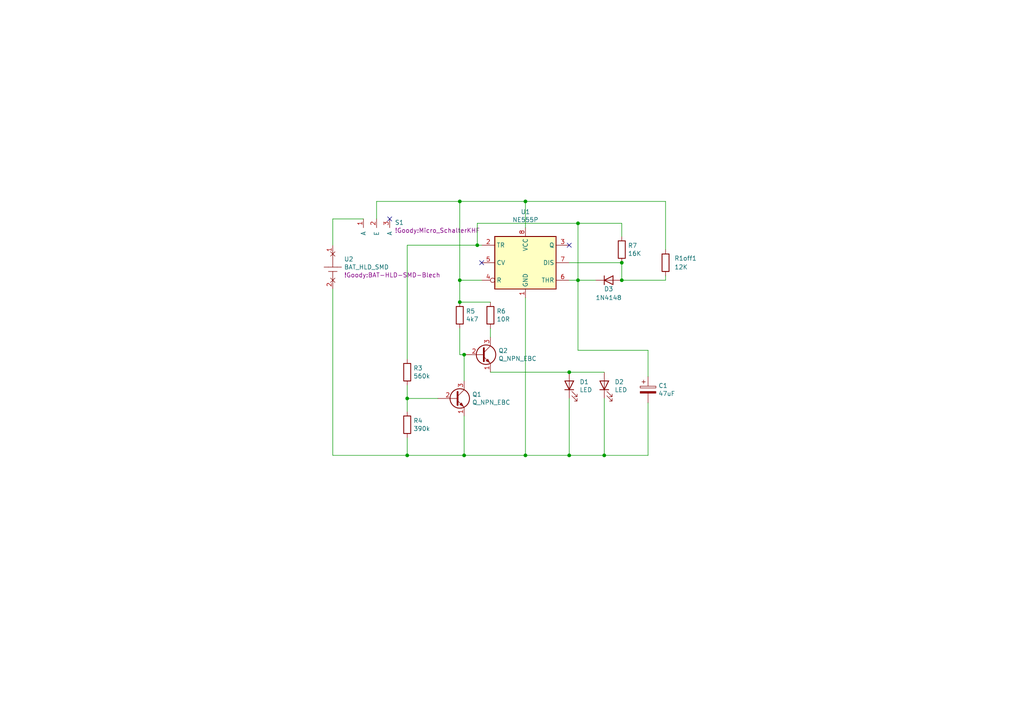
<source format=kicad_sch>
(kicad_sch
	(version 20250114)
	(generator "eeschema")
	(generator_version "9.0")
	(uuid "a1648082-45d9-48e6-942c-2d7502120af6")
	(paper "A4")
	(lib_symbols
		(symbol "!Goody:BAT_HLD_SMD"
			(pin_names
				(offset 1.016)
			)
			(exclude_from_sim no)
			(in_bom yes)
			(on_board yes)
			(property "Reference" "U"
				(at -5.08 0 0)
				(effects
					(font
						(size 1.27 1.27)
					)
				)
			)
			(property "Value" "BAT_HLD_SMD"
				(at -10.16 3.81 0)
				(effects
					(font
						(size 1.27 1.27)
					)
				)
			)
			(property "Footprint" "KHF_LIB:BAT-HLD-SMD"
				(at -15.24 6.35 0)
				(effects
					(font
						(size 1.27 1.27)
					)
				)
			)
			(property "Datasheet" ""
				(at -5.08 0 0)
				(effects
					(font
						(size 1.27 1.27)
					)
					(hide yes)
				)
			)
			(property "Description" "2032 SMD"
				(at 0 0 0)
				(effects
					(font
						(size 1.27 1.27)
					)
					(hide yes)
				)
			)
			(symbol "BAT_HLD_SMD_0_1"
				(rectangle
					(start -1.27 0)
					(end -2.54 0)
					(stroke
						(width 0)
						(type solid)
					)
					(fill
						(type none)
					)
				)
				(rectangle
					(start -1.27 0)
					(end 1.27 0)
					(stroke
						(width 0)
						(type solid)
					)
					(fill
						(type none)
					)
				)
				(rectangle
					(start -1.27 -1.27)
					(end 1.27 -1.27)
					(stroke
						(width 0)
						(type solid)
					)
					(fill
						(type none)
					)
				)
				(polyline
					(pts
						(xy 0 0) (xy 0 3.81)
					)
					(stroke
						(width 0)
						(type solid)
					)
					(fill
						(type none)
					)
				)
				(polyline
					(pts
						(xy 0 -3.81) (xy 0 -1.27)
					)
					(stroke
						(width 0)
						(type solid)
					)
					(fill
						(type none)
					)
				)
				(polyline
					(pts
						(xy 1.27 0) (xy 2.54 0)
					)
					(stroke
						(width 0)
						(type solid)
					)
					(fill
						(type none)
					)
				)
			)
			(symbol "BAT_HLD_SMD_1_1"
				(pin power_out non_logic
					(at 0 6.35 270)
					(length 2.54)
					(name "~"
						(effects
							(font
								(size 1.27 1.27)
							)
						)
					)
					(number "1"
						(effects
							(font
								(size 1.27 1.27)
							)
						)
					)
				)
				(pin power_out non_logic
					(at 0 -6.35 90)
					(length 2.54)
					(name "~"
						(effects
							(font
								(size 1.27 1.27)
							)
						)
					)
					(number "2"
						(effects
							(font
								(size 1.27 1.27)
							)
						)
					)
				)
			)
			(embedded_fonts no)
		)
		(symbol "!Goody:ELKO"
			(pin_numbers
				(hide yes)
			)
			(pin_names
				(offset 0.254)
			)
			(exclude_from_sim no)
			(in_bom yes)
			(on_board yes)
			(property "Reference" "C"
				(at 0.635 2.54 0)
				(effects
					(font
						(size 1.27 1.27)
					)
					(justify left)
				)
			)
			(property "Value" "ELKO"
				(at 0.635 -2.54 0)
				(effects
					(font
						(size 1.27 1.27)
					)
					(justify left)
				)
			)
			(property "Footprint" ""
				(at 0.9652 -3.81 0)
				(effects
					(font
						(size 1.27 1.27)
					)
					(hide yes)
				)
			)
			(property "Datasheet" "~"
				(at 0 0 0)
				(effects
					(font
						(size 1.27 1.27)
					)
					(hide yes)
				)
			)
			(property "Description" "ELKO"
				(at 0 0 0)
				(effects
					(font
						(size 1.27 1.27)
					)
					(hide yes)
				)
			)
			(property "ki_keywords" "cap capacitor"
				(at 0 0 0)
				(effects
					(font
						(size 1.27 1.27)
					)
					(hide yes)
				)
			)
			(property "ki_fp_filters" "CP_*"
				(at 0 0 0)
				(effects
					(font
						(size 1.27 1.27)
					)
					(hide yes)
				)
			)
			(symbol "ELKO_0_1"
				(rectangle
					(start -2.286 0.508)
					(end 2.286 1.016)
					(stroke
						(width 0)
						(type solid)
					)
					(fill
						(type none)
					)
				)
				(polyline
					(pts
						(xy -1.778 2.286) (xy -0.762 2.286)
					)
					(stroke
						(width 0)
						(type solid)
					)
					(fill
						(type none)
					)
				)
				(polyline
					(pts
						(xy -1.27 2.794) (xy -1.27 1.778)
					)
					(stroke
						(width 0)
						(type solid)
					)
					(fill
						(type none)
					)
				)
				(rectangle
					(start 2.286 -0.508)
					(end -2.286 -1.016)
					(stroke
						(width 0)
						(type solid)
					)
					(fill
						(type outline)
					)
				)
			)
			(symbol "ELKO_1_1"
				(pin passive line
					(at 0 3.81 270)
					(length 2.794)
					(name "~"
						(effects
							(font
								(size 1.27 1.27)
							)
						)
					)
					(number "1"
						(effects
							(font
								(size 1.27 1.27)
							)
						)
					)
				)
				(pin passive line
					(at 0 -3.81 90)
					(length 2.794)
					(name "~"
						(effects
							(font
								(size 1.27 1.27)
							)
						)
					)
					(number "2"
						(effects
							(font
								(size 1.27 1.27)
							)
						)
					)
				)
			)
			(embedded_fonts no)
		)
		(symbol "!Goody:LED"
			(pin_numbers
				(hide yes)
			)
			(pin_names
				(offset 1.016)
				(hide yes)
			)
			(exclude_from_sim no)
			(in_bom yes)
			(on_board yes)
			(property "Reference" "D"
				(at 0 2.54 0)
				(effects
					(font
						(size 1.27 1.27)
					)
				)
			)
			(property "Value" "LED"
				(at 2.54 -2.54 90)
				(effects
					(font
						(size 1.27 1.27)
					)
				)
			)
			(property "Footprint" "LED_THT:LED_D5.0mm"
				(at 0 5.08 0)
				(effects
					(font
						(size 1.27 1.27)
					)
					(hide yes)
				)
			)
			(property "Datasheet" ""
				(at 0 -2.54 90)
				(effects
					(font
						(size 1.27 1.27)
					)
					(hide yes)
				)
			)
			(property "Description" "LED 5mm"
				(at 0 0 0)
				(effects
					(font
						(size 1.27 1.27)
					)
					(hide yes)
				)
			)
			(property "ki_fp_filters" "LED* LED_SMD:* LED_THT:*"
				(at 0 0 0)
				(effects
					(font
						(size 1.27 1.27)
					)
					(hide yes)
				)
			)
			(symbol "LED_0_1"
				(polyline
					(pts
						(xy 0 -3.81) (xy 0 -1.27)
					)
					(stroke
						(width 0)
						(type solid)
					)
					(fill
						(type none)
					)
				)
				(polyline
					(pts
						(xy 0.762 -4.318) (xy 2.286 -5.842) (xy 2.286 -5.08) (xy 2.286 -5.842) (xy 1.524 -5.842)
					)
					(stroke
						(width 0)
						(type solid)
					)
					(fill
						(type none)
					)
				)
				(polyline
					(pts
						(xy 0.762 -5.588) (xy 2.286 -7.112) (xy 2.286 -6.35) (xy 2.286 -7.112) (xy 1.524 -7.112)
					)
					(stroke
						(width 0)
						(type solid)
					)
					(fill
						(type none)
					)
				)
				(polyline
					(pts
						(xy 1.27 -1.27) (xy -1.27 -1.27) (xy 0 -3.81) (xy 1.27 -1.27)
					)
					(stroke
						(width 0.254)
						(type solid)
					)
					(fill
						(type none)
					)
				)
				(polyline
					(pts
						(xy 1.27 -3.81) (xy -1.27 -3.81)
					)
					(stroke
						(width 0.254)
						(type solid)
					)
					(fill
						(type none)
					)
				)
			)
			(symbol "LED_1_1"
				(pin passive line
					(at 0 1.27 270)
					(length 2.54)
					(name "A"
						(effects
							(font
								(size 1.27 1.27)
							)
						)
					)
					(number "2"
						(effects
							(font
								(size 1.27 1.27)
							)
						)
					)
				)
				(pin passive line
					(at 0 -6.35 90)
					(length 2.54)
					(name "K"
						(effects
							(font
								(size 1.27 1.27)
							)
						)
					)
					(number "1"
						(effects
							(font
								(size 1.27 1.27)
							)
						)
					)
				)
			)
			(embedded_fonts no)
		)
		(symbol "!Goody:Micro_Schalter"
			(pin_names
				(offset 1.016)
			)
			(exclude_from_sim no)
			(in_bom yes)
			(on_board yes)
			(property "Reference" "S"
				(at 0 0 0)
				(effects
					(font
						(size 1.27 1.27)
					)
				)
			)
			(property "Value" "Micro_Schalter"
				(at 0 5.08 0)
				(effects
					(font
						(size 1.27 1.27)
					)
					(hide yes)
				)
			)
			(property "Footprint" "KHF_LIB:Micro_SchalterKHF"
				(at 0 0 0)
				(effects
					(font
						(size 1.27 1.27)
					)
				)
			)
			(property "Datasheet" ""
				(at 0 0 0)
				(effects
					(font
						(size 1.27 1.27)
					)
					(hide yes)
				)
			)
			(property "Description" "Micro_Schalter"
				(at 0 0 0)
				(effects
					(font
						(size 1.27 1.27)
					)
					(hide yes)
				)
			)
			(symbol "Micro_Schalter_1_1"
				(pin passive line
					(at -3.81 -2.54 270)
					(length 2.54)
					(name "A"
						(effects
							(font
								(size 1.27 1.27)
							)
						)
					)
					(number "1"
						(effects
							(font
								(size 1.27 1.27)
							)
						)
					)
				)
				(pin passive line
					(at 0 -2.54 270)
					(length 2.54)
					(name "E"
						(effects
							(font
								(size 1.27 1.27)
							)
						)
					)
					(number "2"
						(effects
							(font
								(size 1.27 1.27)
							)
						)
					)
				)
				(pin passive line
					(at 3.81 -2.54 270)
					(length 2.54)
					(name "A"
						(effects
							(font
								(size 1.27 1.27)
							)
						)
					)
					(number "3"
						(effects
							(font
								(size 1.27 1.27)
							)
						)
					)
				)
			)
			(embedded_fonts no)
		)
		(symbol "!Goody:R"
			(pin_numbers
				(hide yes)
			)
			(pin_names
				(offset 0)
			)
			(exclude_from_sim no)
			(in_bom yes)
			(on_board yes)
			(property "Reference" "R"
				(at 2.032 0 90)
				(effects
					(font
						(size 1.27 1.27)
					)
				)
			)
			(property "Value" "R"
				(at 0 0 90)
				(effects
					(font
						(size 1.27 1.27)
					)
				)
			)
			(property "Footprint" "Resistor_THT:R_Axial_DIN0411_L9.9mm_D3.6mm_P12.70mm_Horizontal"
				(at -1.778 0 90)
				(effects
					(font
						(size 1.27 1.27)
					)
					(hide yes)
				)
			)
			(property "Datasheet" "~"
				(at 0 0 0)
				(effects
					(font
						(size 1.27 1.27)
					)
					(hide yes)
				)
			)
			(property "Description" "Resistor"
				(at 0 0 0)
				(effects
					(font
						(size 1.27 1.27)
					)
					(hide yes)
				)
			)
			(property "ki_keywords" "R res resistor"
				(at 0 0 0)
				(effects
					(font
						(size 1.27 1.27)
					)
					(hide yes)
				)
			)
			(property "ki_fp_filters" "R_*"
				(at 0 0 0)
				(effects
					(font
						(size 1.27 1.27)
					)
					(hide yes)
				)
			)
			(symbol "R_0_1"
				(rectangle
					(start -1.016 -2.54)
					(end 1.016 2.54)
					(stroke
						(width 0.254)
						(type solid)
					)
					(fill
						(type none)
					)
				)
			)
			(symbol "R_1_1"
				(pin passive line
					(at 0 3.81 270)
					(length 1.27)
					(name "~"
						(effects
							(font
								(size 1.27 1.27)
							)
						)
					)
					(number "1"
						(effects
							(font
								(size 1.27 1.27)
							)
						)
					)
				)
				(pin passive line
					(at 0 -3.81 90)
					(length 1.27)
					(name "~"
						(effects
							(font
								(size 1.27 1.27)
							)
						)
					)
					(number "2"
						(effects
							(font
								(size 1.27 1.27)
							)
						)
					)
				)
			)
			(embedded_fonts no)
		)
		(symbol "Device:Q_NPN_EBC"
			(pin_names
				(offset 0)
				(hide yes)
			)
			(exclude_from_sim no)
			(in_bom yes)
			(on_board yes)
			(property "Reference" "Q"
				(at 5.08 1.27 0)
				(effects
					(font
						(size 1.27 1.27)
					)
					(justify left)
				)
			)
			(property "Value" "Q_NPN_EBC"
				(at 5.08 -1.27 0)
				(effects
					(font
						(size 1.27 1.27)
					)
					(justify left)
				)
			)
			(property "Footprint" ""
				(at 5.08 2.54 0)
				(effects
					(font
						(size 1.27 1.27)
					)
					(hide yes)
				)
			)
			(property "Datasheet" "~"
				(at 0 0 0)
				(effects
					(font
						(size 1.27 1.27)
					)
					(hide yes)
				)
			)
			(property "Description" "NPN transistor, emitter/base/collector"
				(at 0 0 0)
				(effects
					(font
						(size 1.27 1.27)
					)
					(hide yes)
				)
			)
			(property "ki_keywords" "transistor NPN"
				(at 0 0 0)
				(effects
					(font
						(size 1.27 1.27)
					)
					(hide yes)
				)
			)
			(symbol "Q_NPN_EBC_0_1"
				(polyline
					(pts
						(xy 0.635 1.905) (xy 0.635 -1.905) (xy 0.635 -1.905)
					)
					(stroke
						(width 0.508)
						(type default)
					)
					(fill
						(type none)
					)
				)
				(polyline
					(pts
						(xy 0.635 0.635) (xy 2.54 2.54)
					)
					(stroke
						(width 0)
						(type default)
					)
					(fill
						(type none)
					)
				)
				(polyline
					(pts
						(xy 0.635 -0.635) (xy 2.54 -2.54) (xy 2.54 -2.54)
					)
					(stroke
						(width 0)
						(type default)
					)
					(fill
						(type none)
					)
				)
				(circle
					(center 1.27 0)
					(radius 2.8194)
					(stroke
						(width 0.254)
						(type default)
					)
					(fill
						(type none)
					)
				)
				(polyline
					(pts
						(xy 1.27 -1.778) (xy 1.778 -1.27) (xy 2.286 -2.286) (xy 1.27 -1.778) (xy 1.27 -1.778)
					)
					(stroke
						(width 0)
						(type default)
					)
					(fill
						(type outline)
					)
				)
			)
			(symbol "Q_NPN_EBC_1_1"
				(pin passive line
					(at -5.08 0 0)
					(length 5.715)
					(name "B"
						(effects
							(font
								(size 1.27 1.27)
							)
						)
					)
					(number "2"
						(effects
							(font
								(size 1.27 1.27)
							)
						)
					)
				)
				(pin passive line
					(at 2.54 5.08 270)
					(length 2.54)
					(name "C"
						(effects
							(font
								(size 1.27 1.27)
							)
						)
					)
					(number "3"
						(effects
							(font
								(size 1.27 1.27)
							)
						)
					)
				)
				(pin passive line
					(at 2.54 -5.08 90)
					(length 2.54)
					(name "E"
						(effects
							(font
								(size 1.27 1.27)
							)
						)
					)
					(number "1"
						(effects
							(font
								(size 1.27 1.27)
							)
						)
					)
				)
			)
			(embedded_fonts no)
		)
		(symbol "Diode:1N4148"
			(pin_numbers
				(hide yes)
			)
			(pin_names
				(hide yes)
			)
			(exclude_from_sim no)
			(in_bom yes)
			(on_board yes)
			(property "Reference" "D"
				(at 0 2.54 0)
				(effects
					(font
						(size 1.27 1.27)
					)
				)
			)
			(property "Value" "1N4148"
				(at 0 -2.54 0)
				(effects
					(font
						(size 1.27 1.27)
					)
				)
			)
			(property "Footprint" "Diode_THT:D_DO-35_SOD27_P7.62mm_Horizontal"
				(at 0 0 0)
				(effects
					(font
						(size 1.27 1.27)
					)
					(hide yes)
				)
			)
			(property "Datasheet" "https://assets.nexperia.com/documents/data-sheet/1N4148_1N4448.pdf"
				(at 0 0 0)
				(effects
					(font
						(size 1.27 1.27)
					)
					(hide yes)
				)
			)
			(property "Description" "100V 0.15A standard switching diode, DO-35"
				(at 0 0 0)
				(effects
					(font
						(size 1.27 1.27)
					)
					(hide yes)
				)
			)
			(property "Sim.Device" "D"
				(at 0 0 0)
				(effects
					(font
						(size 1.27 1.27)
					)
					(hide yes)
				)
			)
			(property "Sim.Pins" "1=K 2=A"
				(at 0 0 0)
				(effects
					(font
						(size 1.27 1.27)
					)
					(hide yes)
				)
			)
			(property "ki_keywords" "diode"
				(at 0 0 0)
				(effects
					(font
						(size 1.27 1.27)
					)
					(hide yes)
				)
			)
			(property "ki_fp_filters" "D*DO?35*"
				(at 0 0 0)
				(effects
					(font
						(size 1.27 1.27)
					)
					(hide yes)
				)
			)
			(symbol "1N4148_0_1"
				(polyline
					(pts
						(xy -1.27 1.27) (xy -1.27 -1.27)
					)
					(stroke
						(width 0.254)
						(type default)
					)
					(fill
						(type none)
					)
				)
				(polyline
					(pts
						(xy 1.27 1.27) (xy 1.27 -1.27) (xy -1.27 0) (xy 1.27 1.27)
					)
					(stroke
						(width 0.254)
						(type default)
					)
					(fill
						(type none)
					)
				)
				(polyline
					(pts
						(xy 1.27 0) (xy -1.27 0)
					)
					(stroke
						(width 0)
						(type default)
					)
					(fill
						(type none)
					)
				)
			)
			(symbol "1N4148_1_1"
				(pin passive line
					(at -3.81 0 0)
					(length 2.54)
					(name "K"
						(effects
							(font
								(size 1.27 1.27)
							)
						)
					)
					(number "1"
						(effects
							(font
								(size 1.27 1.27)
							)
						)
					)
				)
				(pin passive line
					(at 3.81 0 180)
					(length 2.54)
					(name "A"
						(effects
							(font
								(size 1.27 1.27)
							)
						)
					)
					(number "2"
						(effects
							(font
								(size 1.27 1.27)
							)
						)
					)
				)
			)
			(embedded_fonts no)
		)
		(symbol "Timer:NE555P"
			(exclude_from_sim no)
			(in_bom yes)
			(on_board yes)
			(property "Reference" "U"
				(at -10.16 8.89 0)
				(effects
					(font
						(size 1.27 1.27)
					)
					(justify left)
				)
			)
			(property "Value" "NE555P"
				(at 2.54 8.89 0)
				(effects
					(font
						(size 1.27 1.27)
					)
					(justify left)
				)
			)
			(property "Footprint" "Package_DIP:DIP-8_W7.62mm"
				(at 16.51 -10.16 0)
				(effects
					(font
						(size 1.27 1.27)
					)
					(hide yes)
				)
			)
			(property "Datasheet" "http://www.ti.com/lit/ds/symlink/ne555.pdf"
				(at 21.59 -10.16 0)
				(effects
					(font
						(size 1.27 1.27)
					)
					(hide yes)
				)
			)
			(property "Description" "Precision Timers, 555 compatible,  PDIP-8"
				(at 0 0 0)
				(effects
					(font
						(size 1.27 1.27)
					)
					(hide yes)
				)
			)
			(property "ki_keywords" "single timer 555"
				(at 0 0 0)
				(effects
					(font
						(size 1.27 1.27)
					)
					(hide yes)
				)
			)
			(property "ki_fp_filters" "DIP*W7.62mm*"
				(at 0 0 0)
				(effects
					(font
						(size 1.27 1.27)
					)
					(hide yes)
				)
			)
			(symbol "NE555P_0_0"
				(pin power_in line
					(at 0 10.16 270)
					(length 2.54)
					(name "VCC"
						(effects
							(font
								(size 1.27 1.27)
							)
						)
					)
					(number "8"
						(effects
							(font
								(size 1.27 1.27)
							)
						)
					)
				)
				(pin power_in line
					(at 0 -10.16 90)
					(length 2.54)
					(name "GND"
						(effects
							(font
								(size 1.27 1.27)
							)
						)
					)
					(number "1"
						(effects
							(font
								(size 1.27 1.27)
							)
						)
					)
				)
			)
			(symbol "NE555P_0_1"
				(rectangle
					(start -8.89 -7.62)
					(end 8.89 7.62)
					(stroke
						(width 0.254)
						(type default)
					)
					(fill
						(type background)
					)
				)
				(rectangle
					(start -8.89 -7.62)
					(end 8.89 7.62)
					(stroke
						(width 0.254)
						(type default)
					)
					(fill
						(type background)
					)
				)
			)
			(symbol "NE555P_1_1"
				(pin input line
					(at -12.7 5.08 0)
					(length 3.81)
					(name "TR"
						(effects
							(font
								(size 1.27 1.27)
							)
						)
					)
					(number "2"
						(effects
							(font
								(size 1.27 1.27)
							)
						)
					)
				)
				(pin input line
					(at -12.7 0 0)
					(length 3.81)
					(name "CV"
						(effects
							(font
								(size 1.27 1.27)
							)
						)
					)
					(number "5"
						(effects
							(font
								(size 1.27 1.27)
							)
						)
					)
				)
				(pin input inverted
					(at -12.7 -5.08 0)
					(length 3.81)
					(name "R"
						(effects
							(font
								(size 1.27 1.27)
							)
						)
					)
					(number "4"
						(effects
							(font
								(size 1.27 1.27)
							)
						)
					)
				)
				(pin output line
					(at 12.7 5.08 180)
					(length 3.81)
					(name "Q"
						(effects
							(font
								(size 1.27 1.27)
							)
						)
					)
					(number "3"
						(effects
							(font
								(size 1.27 1.27)
							)
						)
					)
				)
				(pin input line
					(at 12.7 0 180)
					(length 3.81)
					(name "DIS"
						(effects
							(font
								(size 1.27 1.27)
							)
						)
					)
					(number "7"
						(effects
							(font
								(size 1.27 1.27)
							)
						)
					)
				)
				(pin input line
					(at 12.7 -5.08 180)
					(length 3.81)
					(name "THR"
						(effects
							(font
								(size 1.27 1.27)
							)
						)
					)
					(number "6"
						(effects
							(font
								(size 1.27 1.27)
							)
						)
					)
				)
			)
			(embedded_fonts no)
		)
	)
	(junction
		(at 133.35 81.28)
		(diameter 0)
		(color 0 0 0 0)
		(uuid "035ad569-4d1f-49b5-9e0f-a1fda9fedf83")
	)
	(junction
		(at 152.4 132.08)
		(diameter 0)
		(color 0 0 0 0)
		(uuid "078a7e3f-3e08-493a-b436-d1198c19e358")
	)
	(junction
		(at 152.4 58.42)
		(diameter 0)
		(color 0 0 0 0)
		(uuid "0d7761b5-dfa5-4185-b16a-32bce0034381")
	)
	(junction
		(at 118.11 132.08)
		(diameter 0)
		(color 0 0 0 0)
		(uuid "69810c64-d2e2-4c53-a632-65eec33c2791")
	)
	(junction
		(at 175.26 132.08)
		(diameter 0)
		(color 0 0 0 0)
		(uuid "789991c3-32f7-4b27-a1c3-b71304bbed6d")
	)
	(junction
		(at 134.62 132.08)
		(diameter 0)
		(color 0 0 0 0)
		(uuid "92ee2f5c-8535-4dbc-8a1d-c38aab71f634")
	)
	(junction
		(at 167.64 81.28)
		(diameter 0)
		(color 0 0 0 0)
		(uuid "97f81083-f525-4772-9434-c71c4086b122")
	)
	(junction
		(at 133.35 87.63)
		(diameter 0)
		(color 0 0 0 0)
		(uuid "a284aae8-0098-486f-bea8-ca874bde9d97")
	)
	(junction
		(at 138.43 71.12)
		(diameter 0)
		(color 0 0 0 0)
		(uuid "b7ff9e8c-e81b-45fa-80ce-a2647ef942ce")
	)
	(junction
		(at 133.35 58.42)
		(diameter 0)
		(color 0 0 0 0)
		(uuid "b95fd54c-eb59-48a3-9872-8c656b32f4f3")
	)
	(junction
		(at 180.34 81.28)
		(diameter 0)
		(color 0 0 0 0)
		(uuid "bfe7b28c-b079-4c10-877a-f83fdb754438")
	)
	(junction
		(at 180.34 76.2)
		(diameter 0)
		(color 0 0 0 0)
		(uuid "c1664473-4e8a-47b3-8b4a-211f61f48eef")
	)
	(junction
		(at 118.11 115.57)
		(diameter 0)
		(color 0 0 0 0)
		(uuid "c20aca91-e0a6-4cc0-878d-361bc0681ab1")
	)
	(junction
		(at 165.1 132.08)
		(diameter 0)
		(color 0 0 0 0)
		(uuid "c26fbb5a-1798-4aad-9bb3-15da560a9abb")
	)
	(junction
		(at 165.1 107.95)
		(diameter 0)
		(color 0 0 0 0)
		(uuid "c2c8af08-fd72-46fe-b362-3c4d1b80f992")
	)
	(junction
		(at 134.62 102.87)
		(diameter 0)
		(color 0 0 0 0)
		(uuid "cead4941-9d1a-4473-b236-53de9cdeb3a2")
	)
	(junction
		(at 167.64 64.77)
		(diameter 0)
		(color 0 0 0 0)
		(uuid "fbd0b407-432c-4aad-9bf6-d7d24fd0a538")
	)
	(no_connect
		(at 139.7 76.2)
		(uuid "663f67a2-52fa-464a-af12-3f429914a93c")
	)
	(no_connect
		(at 113.03 63.5)
		(uuid "992d0e77-b5db-476b-b3e3-d45a0e15e464")
	)
	(no_connect
		(at 165.1 71.12)
		(uuid "b53825eb-6c84-4a19-996c-6c35e9864694")
	)
	(wire
		(pts
			(xy 133.35 81.28) (xy 133.35 58.42)
		)
		(stroke
			(width 0)
			(type default)
		)
		(uuid "0eaa02ee-5822-46f1-9676-2ece86c53b07")
	)
	(wire
		(pts
			(xy 193.04 58.42) (xy 193.04 72.39)
		)
		(stroke
			(width 0)
			(type default)
		)
		(uuid "1463db64-58e4-493c-817e-d61f216fef57")
	)
	(wire
		(pts
			(xy 193.04 81.28) (xy 193.04 80.01)
		)
		(stroke
			(width 0)
			(type default)
		)
		(uuid "1d6c387b-d89b-4f15-b15d-05edf3494fb5")
	)
	(wire
		(pts
			(xy 142.24 97.79) (xy 142.24 95.25)
		)
		(stroke
			(width 0)
			(type default)
		)
		(uuid "24fa7bf5-09ae-4f1b-b7a7-6b60330cb615")
	)
	(wire
		(pts
			(xy 165.1 107.95) (xy 142.24 107.95)
		)
		(stroke
			(width 0)
			(type default)
		)
		(uuid "2f10b55d-5535-4b93-be04-f4c50279a3ec")
	)
	(wire
		(pts
			(xy 96.52 83.82) (xy 96.52 132.08)
		)
		(stroke
			(width 0)
			(type default)
		)
		(uuid "30831318-d71a-4555-ab9c-3590560be98f")
	)
	(wire
		(pts
			(xy 152.4 58.42) (xy 193.04 58.42)
		)
		(stroke
			(width 0)
			(type default)
		)
		(uuid "30e8f3d1-7065-4237-9c17-907a18a9954f")
	)
	(wire
		(pts
			(xy 172.72 81.28) (xy 167.64 81.28)
		)
		(stroke
			(width 0)
			(type default)
		)
		(uuid "396f5930-1ea2-491a-bffc-35438c256cbf")
	)
	(wire
		(pts
			(xy 180.34 76.2) (xy 180.34 81.28)
		)
		(stroke
			(width 0)
			(type default)
		)
		(uuid "4251a294-9552-461d-8a5e-c5edecf5d84b")
	)
	(wire
		(pts
			(xy 133.35 87.63) (xy 133.35 81.28)
		)
		(stroke
			(width 0)
			(type default)
		)
		(uuid "4c745197-2c89-493c-8315-d4e50803350a")
	)
	(wire
		(pts
			(xy 165.1 132.08) (xy 175.26 132.08)
		)
		(stroke
			(width 0)
			(type default)
		)
		(uuid "4cb1e6d9-497f-46d8-bfab-f47452f22cd4")
	)
	(wire
		(pts
			(xy 96.52 132.08) (xy 118.11 132.08)
		)
		(stroke
			(width 0)
			(type default)
		)
		(uuid "4e1c9f15-dca3-4212-baf0-1a0192de341c")
	)
	(wire
		(pts
			(xy 118.11 119.38) (xy 118.11 115.57)
		)
		(stroke
			(width 0)
			(type default)
		)
		(uuid "539ee333-a7e0-45e5-9086-d4e6971bf2ab")
	)
	(wire
		(pts
			(xy 180.34 68.58) (xy 180.34 64.77)
		)
		(stroke
			(width 0)
			(type default)
		)
		(uuid "554b3797-d988-4898-93ba-1e8220f40ec4")
	)
	(wire
		(pts
			(xy 134.62 102.87) (xy 134.62 110.49)
		)
		(stroke
			(width 0)
			(type default)
		)
		(uuid "5d5fa853-8221-4dbc-b72d-eba047d69f87")
	)
	(wire
		(pts
			(xy 118.11 71.12) (xy 118.11 104.14)
		)
		(stroke
			(width 0)
			(type default)
		)
		(uuid "63a745e7-278e-4ac1-97b7-2206ca44493c")
	)
	(wire
		(pts
			(xy 152.4 86.36) (xy 152.4 132.08)
		)
		(stroke
			(width 0)
			(type default)
		)
		(uuid "63cc04c8-ae04-415c-9d48-75cd70db64e0")
	)
	(wire
		(pts
			(xy 133.35 58.42) (xy 152.4 58.42)
		)
		(stroke
			(width 0)
			(type default)
		)
		(uuid "67179bb3-b8e6-4351-9d7e-e32909fd38ee")
	)
	(wire
		(pts
			(xy 167.64 64.77) (xy 138.43 64.77)
		)
		(stroke
			(width 0)
			(type default)
		)
		(uuid "6e0aae37-ff60-4f56-a803-67bfb2167f89")
	)
	(wire
		(pts
			(xy 138.43 64.77) (xy 138.43 71.12)
		)
		(stroke
			(width 0)
			(type default)
		)
		(uuid "7077c1d8-1bed-412e-a47d-b6d892e21280")
	)
	(wire
		(pts
			(xy 139.7 81.28) (xy 133.35 81.28)
		)
		(stroke
			(width 0)
			(type default)
		)
		(uuid "723a2652-79d2-4678-988b-92822f08d9a3")
	)
	(wire
		(pts
			(xy 96.52 63.5) (xy 96.52 71.12)
		)
		(stroke
			(width 0)
			(type default)
		)
		(uuid "75d1bed1-83aa-4ef4-9690-5649e38eda53")
	)
	(wire
		(pts
			(xy 167.64 81.28) (xy 167.64 101.6)
		)
		(stroke
			(width 0)
			(type default)
		)
		(uuid "80311bdf-a337-4e9f-bbf4-4c492aac2410")
	)
	(wire
		(pts
			(xy 167.64 101.6) (xy 187.96 101.6)
		)
		(stroke
			(width 0)
			(type default)
		)
		(uuid "8c72a771-a4af-499e-9833-f243ae8c073c")
	)
	(wire
		(pts
			(xy 165.1 76.2) (xy 180.34 76.2)
		)
		(stroke
			(width 0)
			(type default)
		)
		(uuid "90909a39-101e-4852-b1ba-e938c00eab0a")
	)
	(wire
		(pts
			(xy 134.62 120.65) (xy 134.62 132.08)
		)
		(stroke
			(width 0)
			(type default)
		)
		(uuid "9a5a6c9e-dc26-4fba-964a-ceb7e0c7ce3c")
	)
	(wire
		(pts
			(xy 152.4 58.42) (xy 152.4 66.04)
		)
		(stroke
			(width 0)
			(type default)
		)
		(uuid "9e51ef9b-a43d-4eb2-8b7a-d5778f6b1070")
	)
	(wire
		(pts
			(xy 118.11 115.57) (xy 118.11 111.76)
		)
		(stroke
			(width 0)
			(type default)
		)
		(uuid "a0d48167-6f85-4345-97c5-25765ad12efc")
	)
	(wire
		(pts
			(xy 118.11 71.12) (xy 138.43 71.12)
		)
		(stroke
			(width 0)
			(type default)
		)
		(uuid "a6ef0875-9c94-4987-8e19-a463cc09fc1a")
	)
	(wire
		(pts
			(xy 109.22 63.5) (xy 109.22 58.42)
		)
		(stroke
			(width 0)
			(type default)
		)
		(uuid "ada216a3-cc0a-4ed5-a313-4ba1a8c6a150")
	)
	(wire
		(pts
			(xy 134.62 132.08) (xy 152.4 132.08)
		)
		(stroke
			(width 0)
			(type default)
		)
		(uuid "b156b4a3-5dcb-46a4-b483-61042e3baf1c")
	)
	(wire
		(pts
			(xy 133.35 102.87) (xy 134.62 102.87)
		)
		(stroke
			(width 0)
			(type default)
		)
		(uuid "b4a46d98-7ab8-412a-b268-50e02c88138e")
	)
	(wire
		(pts
			(xy 167.64 81.28) (xy 167.64 64.77)
		)
		(stroke
			(width 0)
			(type default)
		)
		(uuid "b6563e2f-0473-45b0-8b9b-4ab321d3c8e4")
	)
	(wire
		(pts
			(xy 142.24 87.63) (xy 133.35 87.63)
		)
		(stroke
			(width 0)
			(type default)
		)
		(uuid "c04c4ce5-d7ef-4a45-80ec-6bfec0961579")
	)
	(wire
		(pts
			(xy 109.22 58.42) (xy 133.35 58.42)
		)
		(stroke
			(width 0)
			(type default)
		)
		(uuid "c73c8260-2b40-4c58-b29e-a2e616cd7c5d")
	)
	(wire
		(pts
			(xy 138.43 71.12) (xy 139.7 71.12)
		)
		(stroke
			(width 0)
			(type default)
		)
		(uuid "ca25468b-919f-44e5-b28c-68fbe0e6e45c")
	)
	(wire
		(pts
			(xy 118.11 132.08) (xy 134.62 132.08)
		)
		(stroke
			(width 0)
			(type default)
		)
		(uuid "cae59ea1-fb91-4bea-b51d-8d785c8f38c5")
	)
	(wire
		(pts
			(xy 187.96 101.6) (xy 187.96 109.22)
		)
		(stroke
			(width 0)
			(type default)
		)
		(uuid "cbe7e04f-4c50-4b67-bad7-d97a15a6ef9e")
	)
	(wire
		(pts
			(xy 118.11 127) (xy 118.11 132.08)
		)
		(stroke
			(width 0)
			(type default)
		)
		(uuid "cdc999ab-e599-4661-83cf-882bacdac37e")
	)
	(wire
		(pts
			(xy 175.26 132.08) (xy 175.26 115.57)
		)
		(stroke
			(width 0)
			(type default)
		)
		(uuid "d020ae9e-e8e0-41be-a622-1d9534c33b94")
	)
	(wire
		(pts
			(xy 165.1 107.95) (xy 175.26 107.95)
		)
		(stroke
			(width 0)
			(type default)
		)
		(uuid "d3c5596e-aaf8-4678-91cb-ae4baeea044a")
	)
	(wire
		(pts
			(xy 187.96 132.08) (xy 175.26 132.08)
		)
		(stroke
			(width 0)
			(type default)
		)
		(uuid "d56138e9-0600-4f6f-bb51-ebaddae57879")
	)
	(wire
		(pts
			(xy 105.41 63.5) (xy 96.52 63.5)
		)
		(stroke
			(width 0)
			(type default)
		)
		(uuid "dfaf4995-d233-419f-88df-2c6536990d0f")
	)
	(wire
		(pts
			(xy 187.96 116.84) (xy 187.96 132.08)
		)
		(stroke
			(width 0)
			(type default)
		)
		(uuid "e218ed0b-cef7-4091-b8e2-bc13ee43a2eb")
	)
	(wire
		(pts
			(xy 127 115.57) (xy 118.11 115.57)
		)
		(stroke
			(width 0)
			(type default)
		)
		(uuid "e240126a-9510-4831-9b77-64790370551e")
	)
	(wire
		(pts
			(xy 133.35 95.25) (xy 133.35 102.87)
		)
		(stroke
			(width 0)
			(type default)
		)
		(uuid "f1845154-ea16-458f-b14d-85563e6a3ad9")
	)
	(wire
		(pts
			(xy 152.4 132.08) (xy 165.1 132.08)
		)
		(stroke
			(width 0)
			(type default)
		)
		(uuid "f59fc95a-0850-42bd-b289-9485585a66c7")
	)
	(wire
		(pts
			(xy 167.64 81.28) (xy 165.1 81.28)
		)
		(stroke
			(width 0)
			(type default)
		)
		(uuid "f618f582-f143-4303-9114-3f8934415a50")
	)
	(wire
		(pts
			(xy 180.34 64.77) (xy 167.64 64.77)
		)
		(stroke
			(width 0)
			(type default)
		)
		(uuid "f88831aa-6547-4596-aa14-4af2ee969a98")
	)
	(wire
		(pts
			(xy 180.34 81.28) (xy 193.04 81.28)
		)
		(stroke
			(width 0)
			(type default)
		)
		(uuid "f8b9e40d-bc9e-44e0-9741-832f97bcf886")
	)
	(wire
		(pts
			(xy 165.1 115.57) (xy 165.1 132.08)
		)
		(stroke
			(width 0)
			(type default)
		)
		(uuid "f93d9943-fd48-407a-8377-bccdd482acc8")
	)
	(symbol
		(lib_id "Timer:NE555P")
		(at 152.4 76.2 0)
		(unit 1)
		(exclude_from_sim no)
		(in_bom yes)
		(on_board yes)
		(dnp no)
		(uuid "00000000-0000-0000-0000-000064f9f70a")
		(property "Reference" "U1"
			(at 152.4 61.4426 0)
			(effects
				(font
					(size 1.27 1.27)
				)
			)
		)
		(property "Value" "NE555P"
			(at 152.4 63.754 0)
			(effects
				(font
					(size 1.27 1.27)
				)
			)
		)
		(property "Footprint" "Package_DIP:DIP-8_W7.62mm"
			(at 168.91 86.36 0)
			(effects
				(font
					(size 1.27 1.27)
				)
				(hide yes)
			)
		)
		(property "Datasheet" "http://www.ti.com/lit/ds/symlink/ne555.pdf"
			(at 173.99 86.36 0)
			(effects
				(font
					(size 1.27 1.27)
				)
				(hide yes)
			)
		)
		(property "Description" ""
			(at 152.4 76.2 0)
			(effects
				(font
					(size 1.27 1.27)
				)
			)
		)
		(pin "1"
			(uuid "74da7e86-810c-4641-9c88-6b7d5313d3b5")
		)
		(pin "8"
			(uuid "82781818-99dc-4d08-85d7-46dded14e09e")
		)
		(pin "2"
			(uuid "e62b6303-9aaf-44ae-bc70-322bdb6f96e7")
		)
		(pin "3"
			(uuid "cfc6f40a-2cec-48b5-8729-2e11e2055231")
		)
		(pin "4"
			(uuid "c98748ed-9613-4c27-8435-867b0ff98bbf")
		)
		(pin "5"
			(uuid "57bd1888-210c-4a43-84a5-a5601f71e698")
		)
		(pin "6"
			(uuid "540247ba-b4f2-492e-a559-48d695fc28f0")
		)
		(pin "7"
			(uuid "2bdc23b6-88b7-41ca-a97d-0666bc8e85f3")
		)
		(instances
			(project "Seegeist"
				(path "/a1648082-45d9-48e6-942c-2d7502120af6"
					(reference "U1")
					(unit 1)
				)
			)
		)
	)
	(symbol
		(lib_id "Diode:1N4148")
		(at 176.53 81.28 0)
		(unit 1)
		(exclude_from_sim no)
		(in_bom yes)
		(on_board yes)
		(dnp no)
		(uuid "00000000-0000-0000-0000-000064f9ff5a")
		(property "Reference" "D3"
			(at 176.53 83.82 0)
			(effects
				(font
					(size 1.27 1.27)
				)
			)
		)
		(property "Value" "1N4148"
			(at 176.53 86.36 0)
			(effects
				(font
					(size 1.27 1.27)
				)
			)
		)
		(property "Footprint" "!Goody:1N4147_P7.62mm_Horizontal"
			(at 176.53 85.725 0)
			(effects
				(font
					(size 1.27 1.27)
				)
				(hide yes)
			)
		)
		(property "Datasheet" "https://assets.nexperia.com/documents/data-sheet/1N4148_1N4448.pdf"
			(at 176.53 81.28 0)
			(effects
				(font
					(size 1.27 1.27)
				)
				(hide yes)
			)
		)
		(property "Description" ""
			(at 176.53 81.28 0)
			(effects
				(font
					(size 1.27 1.27)
				)
			)
		)
		(pin "1"
			(uuid "37370d77-697d-4bff-856b-4c6fd6f27aad")
		)
		(pin "2"
			(uuid "5d51d78e-13d8-47d3-bce1-f9e20a41291d")
		)
		(instances
			(project "Seegeist"
				(path "/a1648082-45d9-48e6-942c-2d7502120af6"
					(reference "D3")
					(unit 1)
				)
			)
		)
	)
	(symbol
		(lib_id "!Goody:ELKO")
		(at 187.96 113.03 0)
		(unit 1)
		(exclude_from_sim no)
		(in_bom yes)
		(on_board yes)
		(dnp no)
		(uuid "00000000-0000-0000-0000-000064fa140e")
		(property "Reference" "C1"
			(at 190.9572 111.8616 0)
			(effects
				(font
					(size 1.27 1.27)
				)
				(justify left)
			)
		)
		(property "Value" "47uF"
			(at 190.9572 114.173 0)
			(effects
				(font
					(size 1.27 1.27)
				)
				(justify left)
			)
		)
		(property "Footprint" "!Goody:C_Radial_D6.3mm_P2.50mm"
			(at 188.9252 116.84 0)
			(effects
				(font
					(size 1.27 1.27)
				)
				(hide yes)
			)
		)
		(property "Datasheet" "~"
			(at 187.96 113.03 0)
			(effects
				(font
					(size 1.27 1.27)
				)
				(hide yes)
			)
		)
		(property "Description" ""
			(at 187.96 113.03 0)
			(effects
				(font
					(size 1.27 1.27)
				)
			)
		)
		(pin "1"
			(uuid "cc7a2b9e-36bf-494c-b880-a2ffc6e74bbc")
		)
		(pin "2"
			(uuid "45431d58-9c01-4cc0-86e1-4d5348bf4fa6")
		)
		(instances
			(project "Seegeist"
				(path "/a1648082-45d9-48e6-942c-2d7502120af6"
					(reference "C1")
					(unit 1)
				)
			)
		)
	)
	(symbol
		(lib_id "!Goody:R")
		(at 118.11 107.95 0)
		(unit 1)
		(exclude_from_sim no)
		(in_bom yes)
		(on_board yes)
		(dnp no)
		(uuid "00000000-0000-0000-0000-000064fa24a9")
		(property "Reference" "R3"
			(at 119.888 106.7816 0)
			(effects
				(font
					(size 1.27 1.27)
				)
				(justify left)
			)
		)
		(property "Value" "560k"
			(at 119.888 109.093 0)
			(effects
				(font
					(size 1.27 1.27)
				)
				(justify left)
			)
		)
		(property "Footprint" "Resistor_THT:R_Axial_DIN0207_L6.3mm_D2.5mm_P10.16mm_Horizontal"
			(at 116.332 107.95 90)
			(effects
				(font
					(size 1.27 1.27)
				)
				(hide yes)
			)
		)
		(property "Datasheet" "~"
			(at 118.11 107.95 0)
			(effects
				(font
					(size 1.27 1.27)
				)
				(hide yes)
			)
		)
		(property "Description" ""
			(at 118.11 107.95 0)
			(effects
				(font
					(size 1.27 1.27)
				)
			)
		)
		(pin "1"
			(uuid "37da9d2a-80cf-433d-8cb0-19a026ff6e1c")
		)
		(pin "2"
			(uuid "b8ab7582-e1b8-474b-8862-15918d7429a9")
		)
		(instances
			(project "Seegeist"
				(path "/a1648082-45d9-48e6-942c-2d7502120af6"
					(reference "R3")
					(unit 1)
				)
			)
		)
	)
	(symbol
		(lib_id "!Goody:R")
		(at 118.11 123.19 0)
		(unit 1)
		(exclude_from_sim no)
		(in_bom yes)
		(on_board yes)
		(dnp no)
		(uuid "00000000-0000-0000-0000-000064fa3399")
		(property "Reference" "R4"
			(at 119.888 122.0216 0)
			(effects
				(font
					(size 1.27 1.27)
				)
				(justify left)
			)
		)
		(property "Value" "390k"
			(at 119.888 124.333 0)
			(effects
				(font
					(size 1.27 1.27)
				)
				(justify left)
			)
		)
		(property "Footprint" "Resistor_THT:R_Axial_DIN0207_L6.3mm_D2.5mm_P10.16mm_Horizontal"
			(at 116.332 123.19 90)
			(effects
				(font
					(size 1.27 1.27)
				)
				(hide yes)
			)
		)
		(property "Datasheet" "~"
			(at 118.11 123.19 0)
			(effects
				(font
					(size 1.27 1.27)
				)
				(hide yes)
			)
		)
		(property "Description" ""
			(at 118.11 123.19 0)
			(effects
				(font
					(size 1.27 1.27)
				)
			)
		)
		(pin "1"
			(uuid "1e55646e-c817-4cc3-ba2e-1d9c73a2fbd9")
		)
		(pin "2"
			(uuid "f66c6906-8a08-4a63-a484-fd25b36fcd8d")
		)
		(instances
			(project "Seegeist"
				(path "/a1648082-45d9-48e6-942c-2d7502120af6"
					(reference "R4")
					(unit 1)
				)
			)
		)
	)
	(symbol
		(lib_id "Device:Q_NPN_EBC")
		(at 132.08 115.57 0)
		(unit 1)
		(exclude_from_sim no)
		(in_bom yes)
		(on_board yes)
		(dnp no)
		(uuid "00000000-0000-0000-0000-000064fa371b")
		(property "Reference" "Q1"
			(at 136.9314 114.4016 0)
			(effects
				(font
					(size 1.27 1.27)
				)
				(justify left)
			)
		)
		(property "Value" "Q_NPN_EBC"
			(at 136.9314 116.713 0)
			(effects
				(font
					(size 1.27 1.27)
				)
				(justify left)
			)
		)
		(property "Footprint" "!Goody:TO-92L_Wide"
			(at 137.16 113.03 0)
			(effects
				(font
					(size 1.27 1.27)
				)
				(hide yes)
			)
		)
		(property "Datasheet" "~"
			(at 132.08 115.57 0)
			(effects
				(font
					(size 1.27 1.27)
				)
				(hide yes)
			)
		)
		(property "Description" ""
			(at 132.08 115.57 0)
			(effects
				(font
					(size 1.27 1.27)
				)
			)
		)
		(pin "1"
			(uuid "7fa41cff-a3c9-4ad9-8563-eb01d0b7978a")
		)
		(pin "2"
			(uuid "91373526-9628-48a1-bbc2-ffb32b960ef3")
		)
		(pin "3"
			(uuid "b895d414-5d55-4657-9e61-51dca46af7d4")
		)
		(instances
			(project "Seegeist"
				(path "/a1648082-45d9-48e6-942c-2d7502120af6"
					(reference "Q1")
					(unit 1)
				)
			)
		)
	)
	(symbol
		(lib_id "Device:Q_NPN_EBC")
		(at 139.7 102.87 0)
		(unit 1)
		(exclude_from_sim no)
		(in_bom yes)
		(on_board yes)
		(dnp no)
		(uuid "00000000-0000-0000-0000-000064fa3d42")
		(property "Reference" "Q2"
			(at 144.5514 101.7016 0)
			(effects
				(font
					(size 1.27 1.27)
				)
				(justify left)
			)
		)
		(property "Value" "Q_NPN_EBC"
			(at 144.5514 104.013 0)
			(effects
				(font
					(size 1.27 1.27)
				)
				(justify left)
			)
		)
		(property "Footprint" "!Goody:TO-92L_Wide"
			(at 144.78 100.33 0)
			(effects
				(font
					(size 1.27 1.27)
				)
				(hide yes)
			)
		)
		(property "Datasheet" "~"
			(at 139.7 102.87 0)
			(effects
				(font
					(size 1.27 1.27)
				)
				(hide yes)
			)
		)
		(property "Description" ""
			(at 139.7 102.87 0)
			(effects
				(font
					(size 1.27 1.27)
				)
			)
		)
		(pin "1"
			(uuid "0248ea93-9795-4051-ae34-71fa941321d5")
		)
		(pin "2"
			(uuid "99d8505e-12a1-4575-9cff-7c06b2d8e8c7")
		)
		(pin "3"
			(uuid "49d796b7-5ce5-4456-bcc8-e1d21dd373cf")
		)
		(instances
			(project "Seegeist"
				(path "/a1648082-45d9-48e6-942c-2d7502120af6"
					(reference "Q2")
					(unit 1)
				)
			)
		)
	)
	(symbol
		(lib_id "!Goody:LED")
		(at 165.1 109.22 0)
		(unit 1)
		(exclude_from_sim no)
		(in_bom yes)
		(on_board yes)
		(dnp no)
		(uuid "00000000-0000-0000-0000-000064fa754a")
		(property "Reference" "D1"
			(at 168.0972 110.7694 0)
			(effects
				(font
					(size 1.27 1.27)
				)
				(justify left)
			)
		)
		(property "Value" "LED"
			(at 168.0972 113.0808 0)
			(effects
				(font
					(size 1.27 1.27)
				)
				(justify left)
			)
		)
		(property "Footprint" "!Goody:LED_D3.0mm"
			(at 165.1 104.14 0)
			(effects
				(font
					(size 1.27 1.27)
				)
				(hide yes)
			)
		)
		(property "Datasheet" ""
			(at 165.1 111.76 90)
			(effects
				(font
					(size 1.27 1.27)
				)
				(hide yes)
			)
		)
		(property "Description" ""
			(at 165.1 109.22 0)
			(effects
				(font
					(size 1.27 1.27)
				)
			)
		)
		(pin "1"
			(uuid "f42ac44b-9d81-4601-8d06-84e94a9c39c2")
		)
		(pin "2"
			(uuid "f886767c-42c2-4d8b-8351-651c4df1c135")
		)
		(instances
			(project "Seegeist"
				(path "/a1648082-45d9-48e6-942c-2d7502120af6"
					(reference "D1")
					(unit 1)
				)
			)
		)
	)
	(symbol
		(lib_id "!Goody:LED")
		(at 175.26 109.22 0)
		(unit 1)
		(exclude_from_sim no)
		(in_bom yes)
		(on_board yes)
		(dnp no)
		(uuid "00000000-0000-0000-0000-000064fa7a13")
		(property "Reference" "D2"
			(at 178.2572 110.7694 0)
			(effects
				(font
					(size 1.27 1.27)
				)
				(justify left)
			)
		)
		(property "Value" "LED"
			(at 178.2572 113.0808 0)
			(effects
				(font
					(size 1.27 1.27)
				)
				(justify left)
			)
		)
		(property "Footprint" "!Goody:LED_D3.0mm"
			(at 175.26 104.14 0)
			(effects
				(font
					(size 1.27 1.27)
				)
				(hide yes)
			)
		)
		(property "Datasheet" ""
			(at 175.26 111.76 90)
			(effects
				(font
					(size 1.27 1.27)
				)
				(hide yes)
			)
		)
		(property "Description" ""
			(at 175.26 109.22 0)
			(effects
				(font
					(size 1.27 1.27)
				)
			)
		)
		(pin "1"
			(uuid "5bdbd98f-1ad2-44fb-bf76-316fe2444aea")
		)
		(pin "2"
			(uuid "b50a5ccc-c1cf-4fa2-868c-109d292d7a66")
		)
		(instances
			(project "Seegeist"
				(path "/a1648082-45d9-48e6-942c-2d7502120af6"
					(reference "D2")
					(unit 1)
				)
			)
		)
	)
	(symbol
		(lib_id "!Goody:BAT_HLD_SMD")
		(at 96.52 77.47 0)
		(unit 1)
		(exclude_from_sim no)
		(in_bom yes)
		(on_board yes)
		(dnp no)
		(uuid "00000000-0000-0000-0000-000064fa7ccc")
		(property "Reference" "U2"
			(at 99.7712 75.1586 0)
			(effects
				(font
					(size 1.27 1.27)
				)
				(justify left)
			)
		)
		(property "Value" "BAT_HLD_SMD"
			(at 99.7712 77.47 0)
			(effects
				(font
					(size 1.27 1.27)
				)
				(justify left)
			)
		)
		(property "Footprint" "!Goody:BAT-HLD-SMD-Blech"
			(at 99.7712 79.7814 0)
			(effects
				(font
					(size 1.27 1.27)
				)
				(justify left)
			)
		)
		(property "Datasheet" ""
			(at 91.44 77.47 0)
			(effects
				(font
					(size 1.27 1.27)
				)
				(hide yes)
			)
		)
		(property "Description" ""
			(at 96.52 77.47 0)
			(effects
				(font
					(size 1.27 1.27)
				)
			)
		)
		(pin "1"
			(uuid "f25eda0b-756a-431d-9307-6cf6a4c32c48")
		)
		(pin "2"
			(uuid "cbd90afc-db02-4a44-a685-e85dc1dbb84e")
		)
		(instances
			(project "Seegeist"
				(path "/a1648082-45d9-48e6-942c-2d7502120af6"
					(reference "U2")
					(unit 1)
				)
			)
		)
	)
	(symbol
		(lib_id "!Goody:Micro_Schalter")
		(at 109.22 60.96 0)
		(unit 1)
		(exclude_from_sim no)
		(in_bom yes)
		(on_board yes)
		(dnp no)
		(uuid "00000000-0000-0000-0000-000064fa8e01")
		(property "Reference" "S1"
			(at 114.5032 64.5414 0)
			(effects
				(font
					(size 1.27 1.27)
				)
				(justify left)
			)
		)
		(property "Value" "Micro_Schalter"
			(at 109.22 55.88 0)
			(effects
				(font
					(size 1.27 1.27)
				)
				(hide yes)
			)
		)
		(property "Footprint" "!Goody:Micro_SchalterKHF"
			(at 114.5032 66.8528 0)
			(effects
				(font
					(size 1.27 1.27)
				)
				(justify left)
			)
		)
		(property "Datasheet" ""
			(at 109.22 60.96 0)
			(effects
				(font
					(size 1.27 1.27)
				)
				(hide yes)
			)
		)
		(property "Description" ""
			(at 109.22 60.96 0)
			(effects
				(font
					(size 1.27 1.27)
				)
			)
		)
		(pin "1"
			(uuid "c3afef01-ba02-49c8-95d7-1778acbb1937")
		)
		(pin "2"
			(uuid "80d9a9c1-0ebd-46d8-8321-e61236ac320c")
		)
		(pin "3"
			(uuid "619da69a-e421-48f9-80fd-36017b65f181")
		)
		(instances
			(project "Seegeist"
				(path "/a1648082-45d9-48e6-942c-2d7502120af6"
					(reference "S1")
					(unit 1)
				)
			)
		)
	)
	(symbol
		(lib_id "!Goody:R")
		(at 142.24 91.44 0)
		(unit 1)
		(exclude_from_sim no)
		(in_bom yes)
		(on_board yes)
		(dnp no)
		(uuid "00000000-0000-0000-0000-000064fabe4c")
		(property "Reference" "R6"
			(at 144.018 90.2716 0)
			(effects
				(font
					(size 1.27 1.27)
				)
				(justify left)
			)
		)
		(property "Value" "10R"
			(at 144.018 92.583 0)
			(effects
				(font
					(size 1.27 1.27)
				)
				(justify left)
			)
		)
		(property "Footprint" "Resistor_THT:R_Axial_DIN0207_L6.3mm_D2.5mm_P10.16mm_Horizontal"
			(at 140.462 91.44 90)
			(effects
				(font
					(size 1.27 1.27)
				)
				(hide yes)
			)
		)
		(property "Datasheet" "~"
			(at 142.24 91.44 0)
			(effects
				(font
					(size 1.27 1.27)
				)
				(hide yes)
			)
		)
		(property "Description" ""
			(at 142.24 91.44 0)
			(effects
				(font
					(size 1.27 1.27)
				)
			)
		)
		(pin "1"
			(uuid "7fa17063-c1c2-48a0-b8f6-b06dddf6e620")
		)
		(pin "2"
			(uuid "f5cd1912-01e6-47a5-9306-70a02e47a69c")
		)
		(instances
			(project "Seegeist"
				(path "/a1648082-45d9-48e6-942c-2d7502120af6"
					(reference "R6")
					(unit 1)
				)
			)
		)
	)
	(symbol
		(lib_id "!Goody:R")
		(at 133.35 91.44 0)
		(unit 1)
		(exclude_from_sim no)
		(in_bom yes)
		(on_board yes)
		(dnp no)
		(uuid "00000000-0000-0000-0000-000064fbc7f7")
		(property "Reference" "R5"
			(at 135.128 90.2716 0)
			(effects
				(font
					(size 1.27 1.27)
				)
				(justify left)
			)
		)
		(property "Value" "4k7"
			(at 135.128 92.583 0)
			(effects
				(font
					(size 1.27 1.27)
				)
				(justify left)
			)
		)
		(property "Footprint" "Resistor_THT:R_Axial_DIN0207_L6.3mm_D2.5mm_P10.16mm_Horizontal"
			(at 131.572 91.44 90)
			(effects
				(font
					(size 1.27 1.27)
				)
				(hide yes)
			)
		)
		(property "Datasheet" "~"
			(at 133.35 91.44 0)
			(effects
				(font
					(size 1.27 1.27)
				)
				(hide yes)
			)
		)
		(property "Description" ""
			(at 133.35 91.44 0)
			(effects
				(font
					(size 1.27 1.27)
				)
			)
		)
		(pin "1"
			(uuid "6cc57605-88b7-48c5-b2d9-7faa9f2cb5a9")
		)
		(pin "2"
			(uuid "b70e8901-855b-4c0b-9c88-0886c104cdb1")
		)
		(instances
			(project "Seegeist"
				(path "/a1648082-45d9-48e6-942c-2d7502120af6"
					(reference "R5")
					(unit 1)
				)
			)
		)
	)
	(symbol
		(lib_id "!Goody:R")
		(at 180.34 72.39 0)
		(unit 1)
		(exclude_from_sim no)
		(in_bom yes)
		(on_board yes)
		(dnp no)
		(uuid "00000000-0000-0000-0000-0000652252de")
		(property "Reference" "R7"
			(at 182.118 71.2216 0)
			(effects
				(font
					(size 1.27 1.27)
				)
				(justify left)
			)
		)
		(property "Value" "16K"
			(at 182.118 73.533 0)
			(effects
				(font
					(size 1.27 1.27)
				)
				(justify left)
			)
		)
		(property "Footprint" "Resistor_THT:R_Axial_DIN0207_L6.3mm_D2.5mm_P10.16mm_Horizontal"
			(at 178.562 72.39 90)
			(effects
				(font
					(size 1.27 1.27)
				)
				(hide yes)
			)
		)
		(property "Datasheet" "~"
			(at 180.34 72.39 0)
			(effects
				(font
					(size 1.27 1.27)
				)
				(hide yes)
			)
		)
		(property "Description" ""
			(at 180.34 72.39 0)
			(effects
				(font
					(size 1.27 1.27)
				)
			)
		)
		(pin "1"
			(uuid "9c26ede6-94ad-4135-9317-f852d722d237")
		)
		(pin "2"
			(uuid "dd2074fc-009b-4cf1-a08c-ecff84b63f51")
		)
		(instances
			(project "Seegeist"
				(path "/a1648082-45d9-48e6-942c-2d7502120af6"
					(reference "R7")
					(unit 1)
				)
			)
		)
	)
	(symbol
		(lib_id "!Goody:R")
		(at 193.04 76.2 0)
		(unit 1)
		(exclude_from_sim no)
		(in_bom yes)
		(on_board yes)
		(dnp no)
		(fields_autoplaced yes)
		(uuid "195c4eee-54a3-4fc1-b9c1-5d5b0b87d634")
		(property "Reference" "R1off1"
			(at 195.58 74.93 0)
			(effects
				(font
					(size 1.27 1.27)
				)
				(justify left)
			)
		)
		(property "Value" "12K"
			(at 195.58 77.47 0)
			(effects
				(font
					(size 1.27 1.27)
				)
				(justify left)
			)
		)
		(property "Footprint" "Resistor_THT:R_Axial_DIN0207_L6.3mm_D2.5mm_P10.16mm_Horizontal"
			(at 191.262 76.2 90)
			(effects
				(font
					(size 1.27 1.27)
				)
				(hide yes)
			)
		)
		(property "Datasheet" "~"
			(at 193.04 76.2 0)
			(effects
				(font
					(size 1.27 1.27)
				)
				(hide yes)
			)
		)
		(property "Description" ""
			(at 193.04 76.2 0)
			(effects
				(font
					(size 1.27 1.27)
				)
			)
		)
		(pin "1"
			(uuid "b3788a46-4665-4a54-8ce0-0f098bef6310")
		)
		(pin "2"
			(uuid "8a441641-a24a-42e9-a536-4a4087b100c1")
		)
		(instances
			(project "Seegeist"
				(path "/a1648082-45d9-48e6-942c-2d7502120af6"
					(reference "R1off1")
					(unit 1)
				)
			)
		)
	)
	(sheet_instances
		(path "/"
			(page "1")
		)
	)
	(embedded_fonts no)
)

</source>
